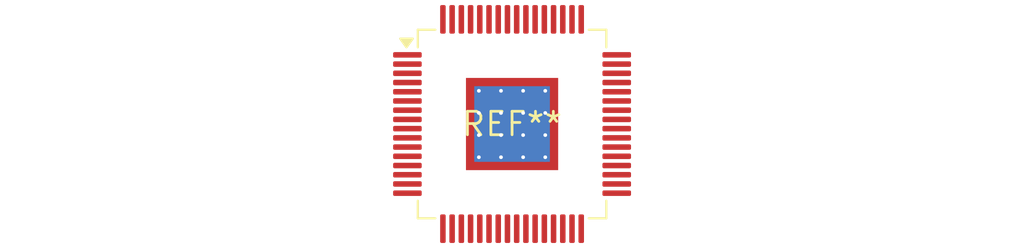
<source format=kicad_pcb>
(kicad_pcb (version 20240108) (generator pcbnew)
  (layers (0 "F.Cu" signal) (31 "B.Cu" signal) (34 "B.Paste" user) (35 "F.Paste" user) (36 "B.SilkS" user "B.Silkscreen") (37 "F.SilkS" user "F.Silkscreen") (38 "B.Mask" user) (39 "F.Mask" user) (44 "Edge.Cuts" user))
  (net 0 "")
  (footprint "LQFP-64-1EP_10x10mm_P0.5mm_EP5x5mm_ThermalVias" (layer "F.Cu") (at 0 0)
    (property "Reference" "REF**")
    (property "Value" "LQFP-64-1EP_10x10mm_P0.5mm_EP5x5mm_ThermalVias")
    (fp_line (start -5.11 -5.11) (end -5.11 -4.16) (layer "F.SilkS") (stroke (width 0.12)))
    (fp_line (start -5.11 5.11) (end -5.11 4.16) (layer "F.SilkS") (stroke (width 0.12)))
    (fp_line (start -4.16 -5.11) (end -5.11 -5.11) (layer "F.SilkS") (stroke (width 0.12)))
    (fp_line (start -4.16 5.11) (end -5.11 5.11) (layer "F.SilkS") (stroke (width 0.12)))
    (fp_line (start 4.16 -5.11) (end 5.11 -5.11) (layer "F.SilkS") (stroke (width 0.12)))
    (fp_line (start 4.16 5.11) (end 5.11 5.11) (layer "F.SilkS") (stroke (width 0.12)))
    (fp_line (start 5.11 -5.11) (end 5.11 -4.16) (layer "F.SilkS") (stroke (width 0.12)))
    (fp_line (start 5.11 5.11) (end 5.11 4.16) (layer "F.SilkS") (stroke (width 0.12)))
    (fp_poly (pts (xy -5.725 -4.16) (xy -6.065 -4.63) (xy -5.385 -4.63) (xy -5.725 -4.16)) (layer "F.SilkS") (stroke (width 0.12)) (fill solid))
    (pad "1" smd roundrect (at -5.675 -3.75) (size 1.55 0.3) (layers "F.Cu" "F.Paste" "F.Mask"))
    (pad "2" smd roundrect (at -5.675 -3.25) (size 1.55 0.3) (layers "F.Cu" "F.Paste" "F.Mask"))
    (pad "3" smd roundrect (at -5.675 -2.75) (size 1.55 0.3) (layers "F.Cu" "F.Paste" "F.Mask"))
    (pad "4" smd roundrect (at -5.675 -2.25) (size 1.55 0.3) (layers "F.Cu" "F.Paste" "F.Mask"))
    (pad "5" smd roundrect (at -5.675 -1.75) (size 1.55 0.3) (layers "F.Cu" "F.Paste" "F.Mask"))
    (pad "6" smd roundrect (at -5.675 -1.25) (size 1.55 0.3) (layers "F.Cu" "F.Paste" "F.Mask"))
    (pad "7" smd roundrect (at -5.675 -0.75) (size 1.55 0.3) (layers "F.Cu" "F.Paste" "F.Mask"))
    (pad "8" smd roundrect (at -5.675 -0.25) (size 1.55 0.3) (layers "F.Cu" "F.Paste" "F.Mask"))
    (pad "9" smd roundrect (at -5.675 0.25) (size 1.55 0.3) (layers "F.Cu" "F.Paste" "F.Mask"))
    (pad "10" smd roundrect (at -5.675 0.75) (size 1.55 0.3) (layers "F.Cu" "F.Paste" "F.Mask"))
    (pad "11" smd roundrect (at -5.675 1.25) (size 1.55 0.3) (layers "F.Cu" "F.Paste" "F.Mask"))
    (pad "12" smd roundrect (at -5.675 1.75) (size 1.55 0.3) (layers "F.Cu" "F.Paste" "F.Mask"))
    (pad "13" smd roundrect (at -5.675 2.25) (size 1.55 0.3) (layers "F.Cu" "F.Paste" "F.Mask"))
    (pad "14" smd roundrect (at -5.675 2.75) (size 1.55 0.3) (layers "F.Cu" "F.Paste" "F.Mask"))
    (pad "15" smd roundrect (at -5.675 3.25) (size 1.55 0.3) (layers "F.Cu" "F.Paste" "F.Mask"))
    (pad "16" smd roundrect (at -5.675 3.75) (size 1.55 0.3) (layers "F.Cu" "F.Paste" "F.Mask"))
    (pad "17" smd roundrect (at -3.75 5.675) (size 0.3 1.55) (layers "F.Cu" "F.Paste" "F.Mask"))
    (pad "18" smd roundrect (at -3.25 5.675) (size 0.3 1.55) (layers "F.Cu" "F.Paste" "F.Mask"))
    (pad "19" smd roundrect (at -2.75 5.675) (size 0.3 1.55) (layers "F.Cu" "F.Paste" "F.Mask"))
    (pad "20" smd roundrect (at -2.25 5.675) (size 0.3 1.55) (layers "F.Cu" "F.Paste" "F.Mask"))
    (pad "21" smd roundrect (at -1.75 5.675) (size 0.3 1.55) (layers "F.Cu" "F.Paste" "F.Mask"))
    (pad "22" smd roundrect (at -1.25 5.675) (size 0.3 1.55) (layers "F.Cu" "F.Paste" "F.Mask"))
    (pad "23" smd roundrect (at -0.75 5.675) (size 0.3 1.55) (layers "F.Cu" "F.Paste" "F.Mask"))
    (pad "24" smd roundrect (at -0.25 5.675) (size 0.3 1.55) (layers "F.Cu" "F.Paste" "F.Mask"))
    (pad "25" smd roundrect (at 0.25 5.675) (size 0.3 1.55) (layers "F.Cu" "F.Paste" "F.Mask"))
    (pad "26" smd roundrect (at 0.75 5.675) (size 0.3 1.55) (layers "F.Cu" "F.Paste" "F.Mask"))
    (pad "27" smd roundrect (at 1.25 5.675) (size 0.3 1.55) (layers "F.Cu" "F.Paste" "F.Mask"))
    (pad "28" smd roundrect (at 1.75 5.675) (size 0.3 1.55) (layers "F.Cu" "F.Paste" "F.Mask"))
    (pad "29" smd roundrect (at 2.25 5.675) (size 0.3 1.55) (layers "F.Cu" "F.Paste" "F.Mask"))
    (pad "30" smd roundrect (at 2.75 5.675) (size 0.3 1.55) (layers "F.Cu" "F.Paste" "F.Mask"))
    (pad "31" smd roundrect (at 3.25 5.675) (size 0.3 1.55) (layers "F.Cu" "F.Paste" "F.Mask"))
    (pad "32" smd roundrect (at 3.75 5.675) (size 0.3 1.55) (layers "F.Cu" "F.Paste" "F.Mask"))
    (pad "33" smd roundrect (at 5.675 3.75) (size 1.55 0.3) (layers "F.Cu" "F.Paste" "F.Mask"))
    (pad "34" smd roundrect (at 5.675 3.25) (size 1.55 0.3) (layers "F.Cu" "F.Paste" "F.Mask"))
    (pad "35" smd roundrect (at 5.675 2.75) (size 1.55 0.3) (layers "F.Cu" "F.Paste" "F.Mask"))
    (pad "36" smd roundrect (at 5.675 2.25) (size 1.55 0.3) (layers "F.Cu" "F.Paste" "F.Mask"))
    (pad "37" smd roundrect (at 5.675 1.75) (size 1.55 0.3) (layers "F.Cu" "F.Paste" "F.Mask"))
    (pad "38" smd roundrect (at 5.675 1.25) (size 1.55 0.3) (layers "F.Cu" "F.Paste" "F.Mask"))
    (pad "39" smd roundrect (at 5.675 0.75) (size 1.55 0.3) (layers "F.Cu" "F.Paste" "F.Mask"))
    (pad "40" smd roundrect (at 5.675 0.25) (size 1.55 0.3) (layers "F.Cu" "F.Paste" "F.Mask"))
    (pad "41" smd roundrect (at 5.675 -0.25) (size 1.55 0.3) (layers "F.Cu" "F.Paste" "F.Mask"))
    (pad "42" smd roundrect (at 5.675 -0.75) (size 1.55 0.3) (layers "F.Cu" "F.Paste" "F.Mask"))
    (pad "43" smd roundrect (at 5.675 -1.25) (size 1.55 0.3) (layers "F.Cu" "F.Paste" "F.Mask"))
    (pad "44" smd roundrect (at 5.675 -1.75) (size 1.55 0.3) (layers "F.Cu" "F.Paste" "F.Mask"))
    (pad "45" smd roundrect (at 5.675 -2.25) (size 1.55 0.3) (layers "F.Cu" "F.Paste" "F.Mask"))
    (pad "46" smd roundrect (at 5.675 -2.75) (size 1.55 0.3) (layers "F.Cu" "F.Paste" "F.Mask"))
    (pad "47" smd roundrect (at 5.675 -3.25) (size 1.55 0.3) (layers "F.Cu" "F.Paste" "F.Mask"))
    (pad "48" smd roundrect (at 5.675 -3.75) (size 1.55 0.3) (layers "F.Cu" "F.Paste" "F.Mask"))
    (pad "49" smd roundrect (at 3.75 -5.675) (size 0.3 1.55) (layers "F.Cu" "F.Paste" "F.Mask"))
    (pad "50" smd roundrect (at 3.25 -5.675) (size 0.3 1.55) (layers "F.Cu" "F.Paste" "F.Mask"))
    (pad "51" smd roundrect (at 2.75 -5.675) (size 0.3 1.55) (layers "F.Cu" "F.Paste" "F.Mask"))
    (pad "52" smd roundrect (at 2.25 -5.675) (size 0.3 1.55) (layers "F.Cu" "F.Paste" "F.Mask"))
    (pad "53" smd roundrect (at 1.75 -5.675) (size 0.3 1.55) (layers "F.Cu" "F.Paste" "F.Mask"))
    (pad "54" smd roundrect (at 1.25 -5.675) (size 0.3 1.55) (layers "F.Cu" "F.Paste" "F.Mask"))
    (pad "55" smd roundrect (at 0.75 -5.675) (size 0.3 1.55) (layers "F.Cu" "F.Paste" "F.Mask"))
    (pad "56" smd roundrect (at 0.25 -5.675) (size 0.3 1.55) (layers "F.Cu" "F.Paste" "F.Mask"))
    (pad "57" smd roundrect (at -0.25 -5.675) (size 0.3 1.55) (layers "F.Cu" "F.Paste" "F.Mask"))
    (pad "58" smd roundrect (at -0.75 -5.675) (size 0.3 1.55) (layers "F.Cu" "F.Paste" "F.Mask"))
    (pad "59" smd roundrect (at -1.25 -5.675) (size 0.3 1.55) (layers "F.Cu" "F.Paste" "F.Mask"))
    (pad "60" smd roundrect (at -1.75 -5.675) (size 0.3 1.55) (layers "F.Cu" "F.Paste" "F.Mask"))
    (pad "61" smd roundrect (at -2.25 -5.675) (size 0.3 1.55) (layers "F.Cu" "F.Paste" "F.Mask"))
    (pad "62" smd roundrect (at -2.75 -5.675) (size 0.3 1.55) (layers "F.Cu" "F.Paste" "F.Mask"))
    (pad "63" smd roundrect (at -3.25 -5.675) (size 0.3 1.55) (layers "F.Cu" "F.Paste" "F.Mask"))
    (pad "64" smd roundrect (at -3.75 -5.675) (size 0.3 1.55) (layers "F.Cu" "F.Paste" "F.Mask"))
    (pad "65" thru_hole circle (at -1.8 -1.8) (size 0.5 0.5) (drill 0.2) (property pad_prop_heatsink) (layers *.Cu) (remove_unused_layers))
    (pad "65" thru_hole circle (at -1.8 -0.6) (size 0.5 0.5) (drill 0.2) (property pad_prop_heatsink) (layers *.Cu) (remove_unused_layers))
    (pad "65" thru_hole circle (at -1.8 0.6) (size 0.5 0.5) (drill 0.2) (property pad_prop_heatsink) (layers *.Cu) (remove_unused_layers))
    (pad "65" thru_hole circle (at -1.8 1.8) (size 0.5 0.5) (drill 0.2) (property pad_prop_heatsink) (layers *.Cu) (remove_unused_layers))
    (pad "65" thru_hole circle (at -0.6 -1.8) (size 0.5 0.5) (drill 0.2) (property pad_prop_heatsink) (layers *.Cu) (remove_unused_layers))
    (pad "65" thru_hole circle (at -0.6 -0.6) (size 0.5 0.5) (drill 0.2) (property pad_prop_heatsink) (layers *.Cu) (remove_unused_layers))
    (pad "65" thru_hole circle (at -0.6 0.6) (size 0.5 0.5) (drill 0.2) (property pad_prop_heatsink) (layers *.Cu) (remove_unused_layers))
    (pad "65" thru_hole circle (at -0.6 1.8) (size 0.5 0.5) (drill 0.2) (property pad_prop_heatsink) (layers *.Cu) (remove_unused_layers))
    (pad "65" smd rect (at 0 0) (size 4.1 4.1) (property pad_prop_heatsink) (layers "B.Cu"))
    (pad "65" smd rect (at 0 0) (size 5 5) (property pad_prop_heatsink) (layers "F.Cu" "F.Mask"))
    (pad "65" thru_hole circle (at 0.6 -1.8) (size 0.5 0.5) (drill 0.2) (property pad_prop_heatsink) (layers *.Cu) (remove_unused_layers))
    (pad "65" thru_hole circle (at 0.6 -0.6) (size 0.5 0.5) (drill 0.2) (property pad_prop_heatsink) (layers *.Cu) (remove_unused_layers))
    (pad "65" thru_hole circle (at 0.6 0.6) (size 0.5 0.5) (drill 0.2) (property pad_prop_heatsink) (layers *.Cu) (remove_unused_layers))
    (pad "65" thru_hole circle (at 0.6 1.8) (size 0.5 0.5) (drill 0.2) (property pad_prop_heatsink) (layers *.Cu) (remove_unused_layers))
    (pad "65" thru_hole circle (at 1.8 -1.8) (size 0.5 0.5) (drill 0.2) (property pad_prop_heatsink) (layers *.Cu) (remove_unused_layers))
    (pad "65" thru_hole circle (at 1.8 -0.6) (size 0.5 0.5) (drill 0.2) (property pad_prop_heatsink) (layers *.Cu) (remove_unused_layers))
    (pad "65" thru_hole circle (at 1.8 0.6) (size 0.5 0.5) (drill 0.2) (property pad_prop_heatsink) (layers *.Cu) (remove_unused_layers))
    (pad "65" thru_hole circle (at 1.8 1.8) (size 0.5 0.5) (drill 0.2) (property pad_prop_heatsink) (layers *.Cu) (remove_unused_layers))
  )
)
</source>
